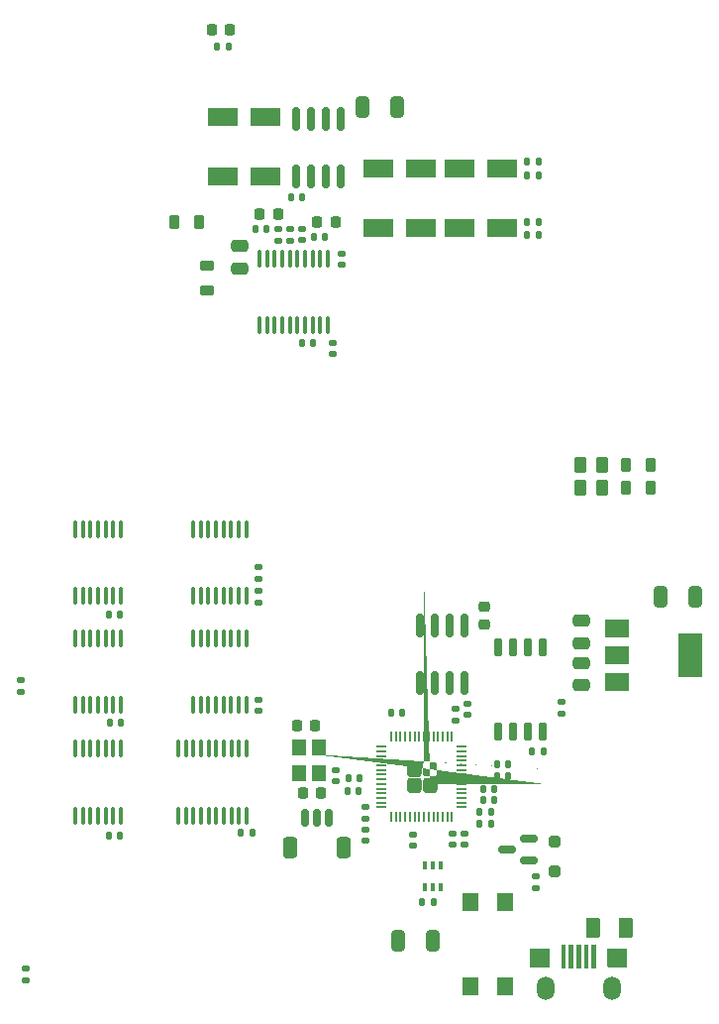
<source format=gtp>
%TF.GenerationSoftware,KiCad,Pcbnew,7.0.7*%
%TF.CreationDate,2023-10-23T19:43:48-06:00*%
%TF.ProjectId,PicoGUS chipdown with edge rails,5069636f-4755-4532-9063-686970646f77,rev?*%
%TF.SameCoordinates,Original*%
%TF.FileFunction,Paste,Top*%
%TF.FilePolarity,Positive*%
%FSLAX46Y46*%
G04 Gerber Fmt 4.6, Leading zero omitted, Abs format (unit mm)*
G04 Created by KiCad (PCBNEW 7.0.7) date 2023-10-23 19:43:48*
%MOMM*%
%LPD*%
G01*
G04 APERTURE LIST*
G04 Aperture macros list*
%AMRoundRect*
0 Rectangle with rounded corners*
0 $1 Rounding radius*
0 $2 $3 $4 $5 $6 $7 $8 $9 X,Y pos of 4 corners*
0 Add a 4 corners polygon primitive as box body*
4,1,4,$2,$3,$4,$5,$6,$7,$8,$9,$2,$3,0*
0 Add four circle primitives for the rounded corners*
1,1,$1+$1,$2,$3*
1,1,$1+$1,$4,$5*
1,1,$1+$1,$6,$7*
1,1,$1+$1,$8,$9*
0 Add four rect primitives between the rounded corners*
20,1,$1+$1,$2,$3,$4,$5,0*
20,1,$1+$1,$4,$5,$6,$7,0*
20,1,$1+$1,$6,$7,$8,$9,0*
20,1,$1+$1,$8,$9,$2,$3,0*%
%AMFreePoly0*
4,1,57,0.419797,0.616198,0.423647,0.616403,0.425426,0.615388,0.429904,0.614745,0.456147,0.597879,0.483254,0.582430,0.585569,0.476315,0.596845,0.460665,0.600348,0.457630,0.601252,0.454547,0.605829,0.448197,0.611489,0.419685,0.619677,0.391800,0.619677,-0.395600,0.616582,-0.417120,0.616895,-0.421482,0.615620,-0.423816,0.614745,-0.429904,0.598456,-0.455248,0.584014,-0.481699,
0.481699,-0.584014,0.464292,-0.597044,0.461430,-0.600348,0.458878,-0.601097,0.453955,-0.604783,0.424511,-0.611187,0.395600,-0.619677,-0.391800,-0.619677,-0.410892,-0.616932,-0.415509,-0.617347,-0.418356,-0.615858,-0.426104,-0.614745,-0.450553,-0.599032,-0.476315,-0.585569,-0.582430,-0.483254,-0.597432,-0.463956,-0.600348,-0.461430,-0.600925,-0.459463,-0.603701,-0.455893,-0.610885,-0.425540,
-0.619677,-0.395600,-0.619677,0.397045,-0.616582,0.418565,-0.616895,0.422927,-0.615620,0.425261,-0.614745,0.431349,-0.598456,0.456693,-0.584014,0.483144,-0.483144,0.584014,-0.465738,0.597042,-0.462875,0.600348,-0.460322,0.601097,-0.455399,0.604783,-0.425958,0.611187,-0.397045,0.619677,0.395600,0.619677,0.419797,0.616198,0.419797,0.616198,$1*%
G04 Aperture macros list end*
%ADD10C,0.243524*%
%ADD11RoundRect,0.225000X-0.225000X-0.250000X0.225000X-0.250000X0.225000X0.250000X-0.225000X0.250000X0*%
%ADD12RoundRect,0.140000X0.140000X0.170000X-0.140000X0.170000X-0.140000X-0.170000X0.140000X-0.170000X0*%
%ADD13RoundRect,0.140000X-0.140000X-0.170000X0.140000X-0.170000X0.140000X0.170000X-0.140000X0.170000X0*%
%ADD14RoundRect,0.140000X0.170000X-0.140000X0.170000X0.140000X-0.170000X0.140000X-0.170000X-0.140000X0*%
%ADD15RoundRect,0.150000X0.150000X0.625000X-0.150000X0.625000X-0.150000X-0.625000X0.150000X-0.625000X0*%
%ADD16RoundRect,0.250000X0.350000X0.650000X-0.350000X0.650000X-0.350000X-0.650000X0.350000X-0.650000X0*%
%ADD17R,1.400000X1.600000*%
%ADD18RoundRect,0.135000X-0.185000X0.135000X-0.185000X-0.135000X0.185000X-0.135000X0.185000X0.135000X0*%
%ADD19RoundRect,0.140000X-0.170000X0.140000X-0.170000X-0.140000X0.170000X-0.140000X0.170000X0.140000X0*%
%ADD20RoundRect,0.135000X0.135000X0.185000X-0.135000X0.185000X-0.135000X-0.185000X0.135000X-0.185000X0*%
%ADD21RoundRect,0.225000X0.250000X-0.225000X0.250000X0.225000X-0.250000X0.225000X-0.250000X-0.225000X0*%
%ADD22RoundRect,0.250000X0.475000X-0.250000X0.475000X0.250000X-0.475000X0.250000X-0.475000X-0.250000X0*%
%ADD23RoundRect,0.150000X0.587500X0.150000X-0.587500X0.150000X-0.587500X-0.150000X0.587500X-0.150000X0*%
%ADD24FreePoly0,270.000000*%
%ADD25RoundRect,0.050000X-0.050000X0.387500X-0.050000X-0.387500X0.050000X-0.387500X0.050000X0.387500X0*%
%ADD26RoundRect,0.050000X-0.387500X0.050000X-0.387500X-0.050000X0.387500X-0.050000X0.387500X0.050000X0*%
%ADD27RoundRect,0.100000X-0.100000X0.637500X-0.100000X-0.637500X0.100000X-0.637500X0.100000X0.637500X0*%
%ADD28RoundRect,0.250000X0.325000X0.650000X-0.325000X0.650000X-0.325000X-0.650000X0.325000X-0.650000X0*%
%ADD29RoundRect,0.135000X-0.135000X-0.185000X0.135000X-0.185000X0.135000X0.185000X-0.135000X0.185000X0*%
%ADD30RoundRect,0.218750X-0.218750X-0.381250X0.218750X-0.381250X0.218750X0.381250X-0.218750X0.381250X0*%
%ADD31RoundRect,0.135000X0.185000X-0.135000X0.185000X0.135000X-0.185000X0.135000X-0.185000X-0.135000X0*%
%ADD32RoundRect,0.250000X-0.250000X0.250000X-0.250000X-0.250000X0.250000X-0.250000X0.250000X0.250000X0*%
%ADD33RoundRect,0.250000X-1.050000X-0.550000X1.050000X-0.550000X1.050000X0.550000X-1.050000X0.550000X0*%
%ADD34R,2.000000X1.500000*%
%ADD35R,2.000000X3.800000*%
%ADD36RoundRect,0.250000X-0.375000X-0.625000X0.375000X-0.625000X0.375000X0.625000X-0.375000X0.625000X0*%
%ADD37RoundRect,0.218750X0.381250X-0.218750X0.381250X0.218750X-0.381250X0.218750X-0.381250X-0.218750X0*%
%ADD38RoundRect,0.225000X0.225000X0.250000X-0.225000X0.250000X-0.225000X-0.250000X0.225000X-0.250000X0*%
%ADD39RoundRect,0.150000X-0.150000X0.650000X-0.150000X-0.650000X0.150000X-0.650000X0.150000X0.650000X0*%
%ADD40RoundRect,0.150000X-0.150000X0.825000X-0.150000X-0.825000X0.150000X-0.825000X0.150000X0.825000X0*%
%ADD41R,0.400000X0.650000*%
%ADD42R,0.400000X2.000000*%
%ADD43R,1.660800X1.600000*%
%ADD44O,1.500000X2.000000*%
%ADD45R,1.660800X1.593200*%
%ADD46RoundRect,0.218750X-0.218750X-0.256250X0.218750X-0.256250X0.218750X0.256250X-0.218750X0.256250X0*%
%ADD47RoundRect,0.250000X-0.262500X-0.450000X0.262500X-0.450000X0.262500X0.450000X-0.262500X0.450000X0*%
%ADD48R,1.200000X1.400000*%
%ADD49RoundRect,0.250000X0.262500X0.450000X-0.262500X0.450000X-0.262500X-0.450000X0.262500X-0.450000X0*%
%ADD50RoundRect,0.250000X-0.325000X-0.650000X0.325000X-0.650000X0.325000X0.650000X-0.325000X0.650000X0*%
G04 APERTURE END LIST*
%TO.C,U12*%
D10*
X172431715Y-87914740D02*
X172431715Y-88707385D01*
X172325600Y-88809700D01*
X171538200Y-88809700D01*
X171435885Y-88707385D01*
X171435885Y-87919985D01*
X171538200Y-87813870D01*
X172330845Y-87813870D01*
X172431715Y-87914740D01*
G36*
X172431715Y-87914740D02*
G01*
X172431715Y-88707385D01*
X172325600Y-88809700D01*
X171538200Y-88809700D01*
X171435885Y-88707385D01*
X171435885Y-87919985D01*
X171538200Y-87813870D01*
X172330845Y-87813870D01*
X172431715Y-87914740D01*
G37*
X173777915Y-89260940D02*
X173777915Y-90053585D01*
X173671800Y-90155900D01*
X172884400Y-90155900D01*
X172782085Y-90053585D01*
X172782085Y-89266185D01*
X172884400Y-89160070D01*
X173677045Y-89160070D01*
X173777915Y-89260940D01*
G36*
X173777915Y-89260940D02*
G01*
X173777915Y-90053585D01*
X173671800Y-90155900D01*
X172884400Y-90155900D01*
X172782085Y-90053585D01*
X172782085Y-89266185D01*
X172884400Y-89160070D01*
X173677045Y-89160070D01*
X173777915Y-89260940D01*
G37*
X172431715Y-89260940D02*
X172431715Y-90053585D01*
X172325600Y-90155900D01*
X171538200Y-90155900D01*
X171435885Y-90053585D01*
X171435885Y-89266185D01*
X171538200Y-89160070D01*
X172330845Y-89160070D01*
X172431715Y-89260940D01*
G36*
X172431715Y-89260940D02*
G01*
X172431715Y-90053585D01*
X172325600Y-90155900D01*
X171538200Y-90155900D01*
X171435885Y-90053585D01*
X171435885Y-89266185D01*
X171538200Y-89160070D01*
X172330845Y-89160070D01*
X172431715Y-89260940D01*
G37*
%TO.C,J6*%
G36*
X183545700Y-105256500D02*
G01*
X181877500Y-105256500D01*
X181877500Y-103656500D01*
X183545700Y-103656500D01*
X183545700Y-105256500D01*
G37*
G36*
X184927500Y-105356500D02*
G01*
X184527500Y-105356500D01*
X184527500Y-103356500D01*
X184927500Y-103356500D01*
X184927500Y-105356500D01*
G37*
G36*
X185577500Y-105356500D02*
G01*
X185177500Y-105356500D01*
X185177500Y-103356500D01*
X185577500Y-103356500D01*
X185577500Y-105356500D01*
G37*
G36*
X186227500Y-105356500D02*
G01*
X185827500Y-105356500D01*
X185827500Y-103356500D01*
X186227500Y-103356500D01*
X186227500Y-105356500D01*
G37*
G36*
X186877500Y-105356500D02*
G01*
X186477500Y-105356500D01*
X186477500Y-103356500D01*
X186877500Y-103356500D01*
X186877500Y-105356500D01*
G37*
G36*
X187527500Y-105356500D02*
G01*
X187127500Y-105356500D01*
X187127500Y-103356500D01*
X187527500Y-103356500D01*
X187527500Y-105356500D01*
G37*
G36*
X190177500Y-105256500D02*
G01*
X188509300Y-105256500D01*
X188509300Y-103656500D01*
X190177500Y-103656500D01*
X190177500Y-105256500D01*
G37*
%TD*%
D11*
%TO.C,C21*%
X163667500Y-41587500D03*
X165217500Y-41587500D03*
%TD*%
D12*
%TO.C,R15*%
X178822500Y-89987500D03*
X177862500Y-89987500D03*
%TD*%
D13*
%TO.C,C31*%
X177562500Y-92987500D03*
X178522500Y-92987500D03*
%TD*%
D12*
%TO.C,C20*%
X163322500Y-51962500D03*
X162362500Y-51962500D03*
%TD*%
D14*
%TO.C,C14*%
X164967500Y-52842500D03*
X164967500Y-51882500D03*
%TD*%
D15*
%TO.C,J2*%
X164642500Y-92462500D03*
X163642500Y-92462500D03*
X162642500Y-92462500D03*
D16*
X165942500Y-94987500D03*
X161342500Y-94987500D03*
%TD*%
D17*
%TO.C,SW1*%
X179742500Y-99687500D03*
X179742500Y-106887500D03*
X176742500Y-99687500D03*
X176742500Y-106887500D03*
%TD*%
D13*
%TO.C,C29*%
X179062500Y-87887500D03*
X180022500Y-87887500D03*
%TD*%
D11*
%TO.C,C24*%
X161967500Y-84637500D03*
X163517500Y-84637500D03*
%TD*%
D12*
%TO.C,C8*%
X146822500Y-93987500D03*
X145862500Y-93987500D03*
%TD*%
D13*
%TO.C,C16*%
X158387500Y-42162500D03*
X159347500Y-42162500D03*
%TD*%
D18*
%TO.C,R1*%
X138342500Y-80677500D03*
X138342500Y-81697500D03*
%TD*%
D19*
%TO.C,C5*%
X176542500Y-82707500D03*
X176542500Y-83667500D03*
%TD*%
D20*
%TO.C,R8*%
X182652500Y-37587500D03*
X181632500Y-37587500D03*
%TD*%
D21*
%TO.C,C10*%
X177942500Y-75962500D03*
X177942500Y-74412500D03*
%TD*%
D22*
%TO.C,C12*%
X186242500Y-81137500D03*
X186242500Y-79237500D03*
%TD*%
D23*
%TO.C,Q1*%
X181780000Y-96137500D03*
X181780000Y-94237500D03*
X179905000Y-95187500D03*
%TD*%
D14*
%TO.C,C32*%
X175542500Y-84167500D03*
X175542500Y-83207500D03*
%TD*%
D19*
%TO.C,C9*%
X158642500Y-82407500D03*
X158642500Y-83367500D03*
%TD*%
D24*
%TO.C,U12*%
X173280000Y-88312500D03*
D25*
X175205000Y-85550000D03*
X174805000Y-85550000D03*
X174405000Y-85550000D03*
X174005000Y-85550000D03*
X173605000Y-85550000D03*
X173205000Y-85550000D03*
X172805000Y-85550000D03*
X172405000Y-85550000D03*
X172005000Y-85550000D03*
X171605000Y-85550000D03*
X171205000Y-85550000D03*
X170805000Y-85550000D03*
X170405000Y-85550000D03*
X170005000Y-85550000D03*
D26*
X169167500Y-86387500D03*
X169167500Y-86787500D03*
X169167500Y-87187500D03*
X169167500Y-87587500D03*
X169167500Y-87987500D03*
X169167500Y-88387500D03*
X169167500Y-88787500D03*
X169167500Y-89187500D03*
X169167500Y-89587500D03*
X169167500Y-89987500D03*
X169167500Y-90387500D03*
X169167500Y-90787500D03*
X169167500Y-91187500D03*
X169167500Y-91587500D03*
D25*
X170005000Y-92425000D03*
X170405000Y-92425000D03*
X170805000Y-92425000D03*
X171205000Y-92425000D03*
X171605000Y-92425000D03*
X172005000Y-92425000D03*
X172405000Y-92425000D03*
X172805000Y-92425000D03*
X173205000Y-92425000D03*
X173605000Y-92425000D03*
X174005000Y-92425000D03*
X174405000Y-92425000D03*
X174805000Y-92425000D03*
X175205000Y-92425000D03*
D26*
X176042500Y-91587500D03*
X176042500Y-91187500D03*
X176042500Y-90787500D03*
X176042500Y-90387500D03*
X176042500Y-89987500D03*
X176042500Y-89587500D03*
X176042500Y-89187500D03*
X176042500Y-88787500D03*
X176042500Y-88387500D03*
X176042500Y-87987500D03*
X176042500Y-87587500D03*
X176042500Y-87187500D03*
X176042500Y-86787500D03*
X176042500Y-86387500D03*
%TD*%
D27*
%TO.C,U1*%
X157617500Y-67825000D03*
X156967500Y-67825000D03*
X156317500Y-67825000D03*
X155667500Y-67825000D03*
X155017500Y-67825000D03*
X154367500Y-67825000D03*
X153717500Y-67825000D03*
X153067500Y-67825000D03*
X153067500Y-73550000D03*
X153717500Y-73550000D03*
X154367500Y-73550000D03*
X155017500Y-73550000D03*
X155667500Y-73550000D03*
X156317500Y-73550000D03*
X156967500Y-73550000D03*
X157617500Y-73550000D03*
%TD*%
%TO.C,U7*%
X157642500Y-86562500D03*
X156992500Y-86562500D03*
X156342500Y-86562500D03*
X155692500Y-86562500D03*
X155042500Y-86562500D03*
X154392500Y-86562500D03*
X153742500Y-86562500D03*
X153092500Y-86562500D03*
X152442500Y-86562500D03*
X151792500Y-86562500D03*
X151792500Y-92287500D03*
X152442500Y-92287500D03*
X153092500Y-92287500D03*
X153742500Y-92287500D03*
X154392500Y-92287500D03*
X155042500Y-92287500D03*
X155692500Y-92287500D03*
X156342500Y-92287500D03*
X156992500Y-92287500D03*
X157642500Y-92287500D03*
%TD*%
D28*
%TO.C,C11*%
X196017500Y-73587500D03*
X193067500Y-73587500D03*
%TD*%
D12*
%TO.C,C4*%
X158122500Y-93787500D03*
X157162500Y-93787500D03*
%TD*%
D29*
%TO.C,R6*%
X181632500Y-36387500D03*
X182652500Y-36387500D03*
%TD*%
D30*
%TO.C,FB4*%
X151417500Y-41587500D03*
X153542500Y-41587500D03*
%TD*%
%TO.C,FB2*%
X190055000Y-62377500D03*
X192180000Y-62377500D03*
%TD*%
D29*
%TO.C,R7*%
X181632500Y-42687500D03*
X182652500Y-42687500D03*
%TD*%
D30*
%TO.C,FB1*%
X190055000Y-64277500D03*
X192180000Y-64277500D03*
%TD*%
D14*
%TO.C,C15*%
X165767500Y-45242500D03*
X165767500Y-44282500D03*
%TD*%
D19*
%TO.C,C36*%
X171842500Y-93907500D03*
X171842500Y-94867500D03*
%TD*%
D31*
%TO.C,R10*%
X161367500Y-43172500D03*
X161367500Y-42152500D03*
%TD*%
D32*
%TO.C,D2*%
X183942500Y-94537500D03*
X183942500Y-97037500D03*
%TD*%
D19*
%TO.C,C34*%
X176242500Y-93807500D03*
X176242500Y-94767500D03*
%TD*%
D33*
%TO.C,C41*%
X168942500Y-42087500D03*
X172542500Y-42087500D03*
%TD*%
%TO.C,C43*%
X175842500Y-42087500D03*
X179442500Y-42087500D03*
%TD*%
D34*
%TO.C,U9*%
X189292500Y-76287500D03*
X189292500Y-78587500D03*
D35*
X195592500Y-78587500D03*
D34*
X189292500Y-80887500D03*
%TD*%
D14*
%TO.C,C19*%
X162367500Y-43142500D03*
X162367500Y-42182500D03*
%TD*%
D20*
%TO.C,R9*%
X182652500Y-41587500D03*
X181632500Y-41587500D03*
%TD*%
D12*
%TO.C,C6*%
X146922500Y-84387500D03*
X145962500Y-84387500D03*
%TD*%
D19*
%TO.C,R14*%
X165242500Y-88407500D03*
X165242500Y-89367500D03*
%TD*%
D36*
%TO.C,F1*%
X187242500Y-101887500D03*
X190042500Y-101887500D03*
%TD*%
D12*
%TO.C,C18*%
X164347500Y-42862500D03*
X163387500Y-42862500D03*
%TD*%
D22*
%TO.C,C13*%
X186242500Y-77537500D03*
X186242500Y-75637500D03*
%TD*%
D29*
%TO.C,R13*%
X155059500Y-26584500D03*
X156079500Y-26584500D03*
%TD*%
D37*
%TO.C,FB3*%
X154242500Y-47450000D03*
X154242500Y-45325000D03*
%TD*%
D38*
%TO.C,C25*%
X164017500Y-90387500D03*
X162467500Y-90387500D03*
%TD*%
D39*
%TO.C,U11*%
X182947500Y-77887500D03*
X181677500Y-77887500D03*
X180407500Y-77887500D03*
X179137500Y-77887500D03*
X179137500Y-85087500D03*
X180407500Y-85087500D03*
X181677500Y-85087500D03*
X182947500Y-85087500D03*
%TD*%
D22*
%TO.C,C17*%
X157067500Y-45537500D03*
X157067500Y-43637500D03*
%TD*%
D12*
%TO.C,C7*%
X146822500Y-75087500D03*
X145862500Y-75087500D03*
%TD*%
D40*
%TO.C,U13*%
X165642500Y-32766610D03*
X164372500Y-32766610D03*
X163102500Y-32766610D03*
X161832500Y-32766610D03*
X161832500Y-37716610D03*
X163102500Y-37716610D03*
X164372500Y-37716610D03*
X165642500Y-37716610D03*
%TD*%
D27*
%TO.C,U3*%
X146892500Y-77125000D03*
X146242500Y-77125000D03*
X145592500Y-77125000D03*
X144942500Y-77125000D03*
X144292500Y-77125000D03*
X143642500Y-77125000D03*
X142992500Y-77125000D03*
X142992500Y-82850000D03*
X143642500Y-82850000D03*
X144292500Y-82850000D03*
X144942500Y-82850000D03*
X145592500Y-82850000D03*
X146242500Y-82850000D03*
X146892500Y-82850000D03*
%TD*%
%TO.C,U10*%
X164592500Y-44700000D03*
X163942500Y-44700000D03*
X163292500Y-44700000D03*
X162642500Y-44700000D03*
X161992500Y-44700000D03*
X161342500Y-44700000D03*
X160692500Y-44700000D03*
X160042500Y-44700000D03*
X159392500Y-44700000D03*
X158742500Y-44700000D03*
X158742500Y-50425000D03*
X159392500Y-50425000D03*
X160042500Y-50425000D03*
X160692500Y-50425000D03*
X161342500Y-50425000D03*
X161992500Y-50425000D03*
X162642500Y-50425000D03*
X163292500Y-50425000D03*
X163942500Y-50425000D03*
X164592500Y-50425000D03*
%TD*%
%TO.C,U4*%
X146892500Y-67825000D03*
X146242500Y-67825000D03*
X145592500Y-67825000D03*
X144942500Y-67825000D03*
X144292500Y-67825000D03*
X143642500Y-67825000D03*
X142992500Y-67825000D03*
X142992500Y-73550000D03*
X143642500Y-73550000D03*
X144292500Y-73550000D03*
X144942500Y-73550000D03*
X145592500Y-73550000D03*
X146242500Y-73550000D03*
X146892500Y-73550000D03*
%TD*%
D28*
%TO.C,C1*%
X173517500Y-102987500D03*
X170567500Y-102987500D03*
%TD*%
D12*
%TO.C,C2*%
X173622500Y-99687500D03*
X172662500Y-99687500D03*
%TD*%
D41*
%TO.C,U6*%
X174192500Y-96537500D03*
X173542500Y-96537500D03*
X172892500Y-96537500D03*
X172892500Y-98437500D03*
X173542500Y-98437500D03*
X174192500Y-98437500D03*
%TD*%
D27*
%TO.C,U5*%
X146892500Y-86587500D03*
X146242500Y-86587500D03*
X145592500Y-86587500D03*
X144942500Y-86587500D03*
X144292500Y-86587500D03*
X143642500Y-86587500D03*
X142992500Y-86587500D03*
X142992500Y-92312500D03*
X143642500Y-92312500D03*
X144292500Y-92312500D03*
X144942500Y-92312500D03*
X145592500Y-92312500D03*
X146242500Y-92312500D03*
X146892500Y-92312500D03*
%TD*%
D19*
%TO.C,C33*%
X175242500Y-93807500D03*
X175242500Y-94767500D03*
%TD*%
D13*
%TO.C,C28*%
X177562500Y-91987500D03*
X178522500Y-91987500D03*
%TD*%
D42*
%TO.C,J6*%
X184727500Y-104356500D03*
X185377500Y-104356500D03*
X186027500Y-104356500D03*
X186677500Y-104356500D03*
X187327500Y-104356500D03*
D43*
X182707900Y-104456500D03*
D44*
X183197500Y-107006500D03*
X188857500Y-107006500D03*
D45*
X189347100Y-104453100D03*
%TD*%
D46*
%TO.C,D1*%
X154655000Y-25187500D03*
X156230000Y-25187500D03*
%TD*%
D18*
%TO.C,R4*%
X167791300Y-91531100D03*
X167791300Y-92551100D03*
%TD*%
D47*
%TO.C,R2*%
X186205000Y-64277500D03*
X188030000Y-64277500D03*
%TD*%
D12*
%TO.C,R16*%
X178822500Y-90987500D03*
X177862500Y-90987500D03*
%TD*%
D40*
%TO.C,U8*%
X176247500Y-76012500D03*
X174977500Y-76012500D03*
X173707500Y-76012500D03*
X172437500Y-76012500D03*
X172437500Y-80962500D03*
X173707500Y-80962500D03*
X174977500Y-80962500D03*
X176247500Y-80962500D03*
%TD*%
D48*
%TO.C,Y1*%
X162092500Y-86437500D03*
X162092500Y-88637500D03*
X163792500Y-88637500D03*
X163792500Y-86437500D03*
%TD*%
D12*
%TO.C,C27*%
X167222500Y-90187500D03*
X166262500Y-90187500D03*
%TD*%
D33*
%TO.C,C42*%
X168942500Y-36987500D03*
X172542500Y-36987500D03*
%TD*%
%TO.C,C39*%
X155637500Y-32587500D03*
X159237500Y-32587500D03*
%TD*%
D12*
%TO.C,C26*%
X183022500Y-86787500D03*
X182062500Y-86787500D03*
%TD*%
D11*
%TO.C,C22*%
X158767500Y-40887500D03*
X160317500Y-40887500D03*
%TD*%
D18*
%TO.C,R17*%
X182342500Y-97477500D03*
X182342500Y-98497500D03*
%TD*%
D49*
%TO.C,R3*%
X188030000Y-62377500D03*
X186205000Y-62377500D03*
%TD*%
D18*
%TO.C,R18*%
X138742500Y-105377500D03*
X138742500Y-106397500D03*
%TD*%
D13*
%TO.C,C37*%
X179062500Y-88887500D03*
X180022500Y-88887500D03*
%TD*%
D27*
%TO.C,U2*%
X157617500Y-77125000D03*
X156967500Y-77125000D03*
X156317500Y-77125000D03*
X155667500Y-77125000D03*
X155017500Y-77125000D03*
X154367500Y-77125000D03*
X153717500Y-77125000D03*
X153067500Y-77125000D03*
X153067500Y-82850000D03*
X153717500Y-82850000D03*
X154367500Y-82850000D03*
X155017500Y-82850000D03*
X155667500Y-82850000D03*
X156317500Y-82850000D03*
X156967500Y-82850000D03*
X157617500Y-82850000D03*
%TD*%
D19*
%TO.C,R12*%
X184542500Y-82607500D03*
X184542500Y-83567500D03*
%TD*%
D50*
%TO.C,C38*%
X167567500Y-31787500D03*
X170517500Y-31787500D03*
%TD*%
D19*
%TO.C,C3*%
X158642500Y-73107500D03*
X158642500Y-74067500D03*
%TD*%
D31*
%TO.C,R11*%
X160367500Y-43172500D03*
X160367500Y-42152500D03*
%TD*%
%TO.C,R5*%
X158642500Y-72097500D03*
X158642500Y-71077500D03*
%TD*%
D12*
%TO.C,C35*%
X170922500Y-83487500D03*
X169962500Y-83487500D03*
%TD*%
%TO.C,C30*%
X167322500Y-89087500D03*
X166362500Y-89087500D03*
%TD*%
D19*
%TO.C,C45*%
X167791300Y-93507500D03*
X167791300Y-94467500D03*
%TD*%
D12*
%TO.C,C23*%
X162422500Y-39487500D03*
X161462500Y-39487500D03*
%TD*%
D33*
%TO.C,C40*%
X155637500Y-37687500D03*
X159237500Y-37687500D03*
%TD*%
%TO.C,C44*%
X175842500Y-36987500D03*
X179442500Y-36987500D03*
%TD*%
M02*

</source>
